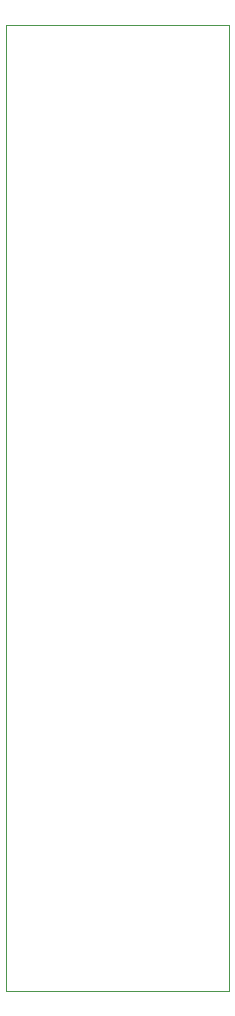
<source format=gbr>
%TF.GenerationSoftware,KiCad,Pcbnew,(5.99.0-11163-g08fb05e522)*%
%TF.CreationDate,2021-06-27T20:24:36-07:00*%
%TF.ProjectId,MeditationLamp,4d656469-7461-4746-996f-6e4c616d702e,rev?*%
%TF.SameCoordinates,Original*%
%TF.FileFunction,Profile,NP*%
%FSLAX46Y46*%
G04 Gerber Fmt 4.6, Leading zero omitted, Abs format (unit mm)*
G04 Created by KiCad (PCBNEW (5.99.0-11163-g08fb05e522)) date 2021-06-27 20:24:36*
%MOMM*%
%LPD*%
G01*
G04 APERTURE LIST*
%TA.AperFunction,Profile*%
%ADD10C,0.100000*%
%TD*%
G04 APERTURE END LIST*
D10*
X107467400Y-46101000D02*
X126365000Y-46101000D01*
X126365000Y-46101000D02*
X126365000Y-127914400D01*
X126365000Y-127914400D02*
X107467400Y-127914400D01*
X107467400Y-127914400D02*
X107467400Y-46101000D01*
M02*

</source>
